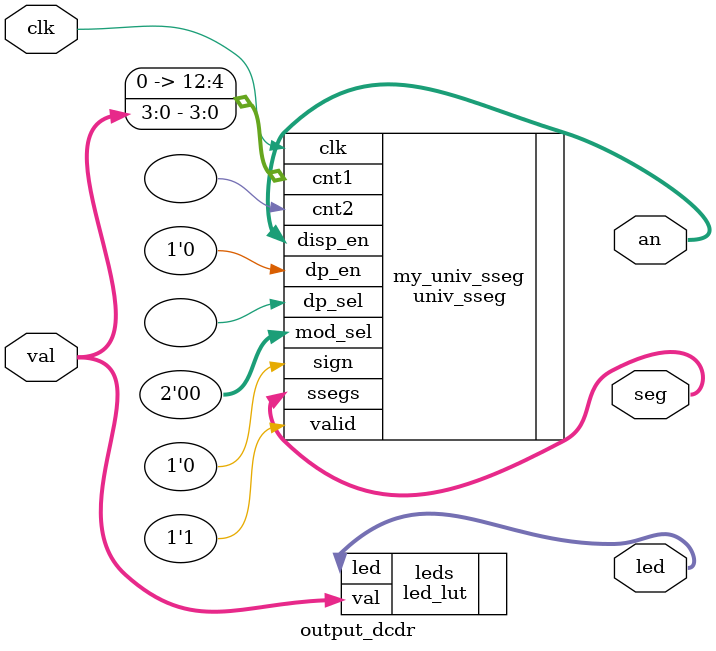
<source format=v>
`timescale 1ns / 1ps


module output_dcdr(
    input [3:0] val,
    input clk,
    output [14:0] led,
    output [7:0] seg,
    output [3:0] an
    );
    
    
    led_lut leds(
        .val(val), .led(led)
        );
    
    univ_sseg my_univ_sseg (
       .cnt1    ({9'b0_0000_0000, val}), 
       .cnt2    (), 
       .valid   (1'b1), 
       .dp_en   (1'b0), 
       .dp_sel  (), 
       .mod_sel (2'b00), 
       .sign    (1'b0), 
       .clk     (clk), 
       .ssegs   (seg), 
       .disp_en (an)
       );
endmodule

</source>
